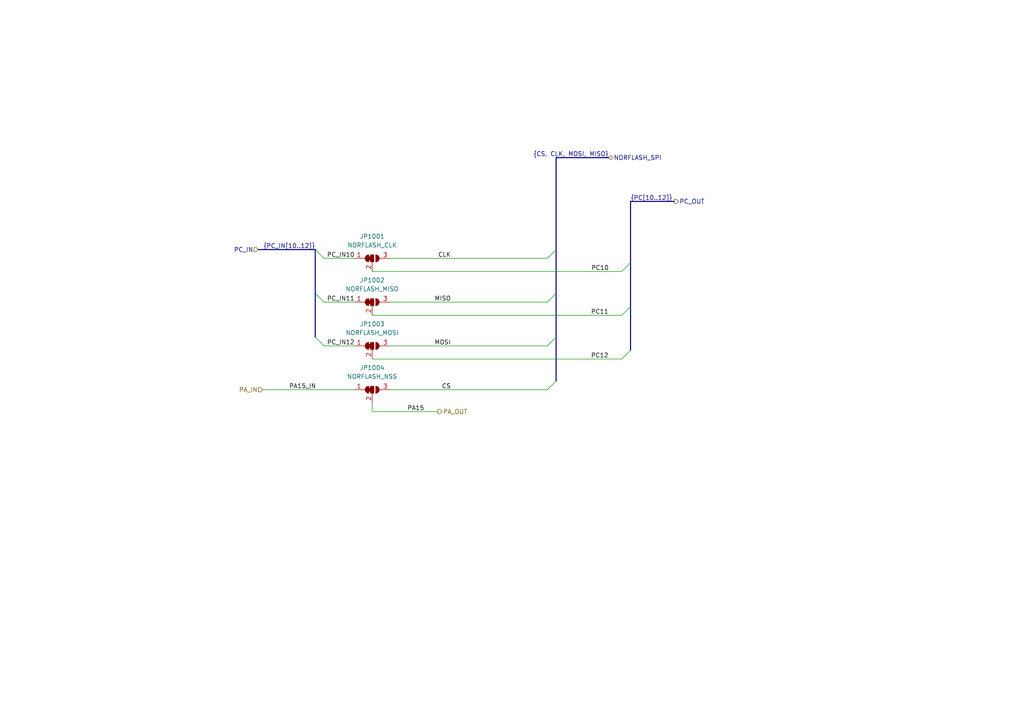
<source format=kicad_sch>
(kicad_sch (version 20250114) (generator "eeschema") (generator_version "9.0")
  (paper "A4")
  (lib_symbols
    (symbol "Jumper:SolderJumper_3_Bridged12" (pin_names (offset 0) (hide yes)) (in_bom no)
      (property "Reference" "JP" (at -2.54 -2.54 0))
      (property "Value" "SolderJumper_3_Bridged12" (at 0 2.794 0))
      (symbol "SolderJumper_3_Bridged12_0_1"
        (polyline (pts (xy -2.54 0) (xy -2.032 0)))
        (polyline (pts (xy -1.016 1.016) (xy -1.016 -1.016)))
        (rectangle (start -1.016 0.508) (end -0.508 -0.508) (fill (type outline)))
        (arc (start -1.016 -1.016) (mid -2.0276 0) (end -1.016 1.016))
        (arc (start -1.016 -1.016) (mid -2.0276 0) (end -1.016 1.016) (fill (type outline)))
        (rectangle (start -0.508 1.016) (end 0.508 -1.016) (fill (type outline)))
        (polyline (pts (xy 0 -1.27) (xy 0 -1.016)))
        (arc (start 1.016 1.016) (mid 2.0276 0) (end 1.016 -1.016))
        (arc (start 1.016 1.016) (mid 2.0276 0) (end 1.016 -1.016) (fill (type outline)))
        (polyline (pts (xy 1.016 1.016) (xy 1.016 -1.016)))
        (polyline (pts (xy 2.54 0) (xy 2.032 0)))
      )
      (symbol "SolderJumper_3_Bridged12_1_1"
        (pin passive line (at -5.08 0 0) (length 2.54) (name "A") (number "1"))
        (pin passive line (at 0 -3.81 90) (length 2.54) (name "C") (number "2"))
        (pin passive line (at 5.08 0 180) (length 2.54) (name "B") (number "3"))
      )
    )
  )
  (bus_entry (at 161.29 72.39) (size -2.54 2.54))
  (bus_entry (at 182.88 76.2) (size -2.54 2.54))
  (bus_entry (at 161.29 97.79) (size -2.54 2.54))
  (bus_entry (at 182.88 101.6) (size -2.54 2.54))
  (bus_entry (at 161.29 85.09) (size -2.54 2.54))
  (bus_entry (at 91.44 85.09) (size 2.54 2.54))
  (bus_entry (at 91.44 72.39) (size 2.54 2.54))
  (bus_entry (at 91.44 97.79) (size 2.54 2.54))
  (bus_entry (at 182.88 88.9) (size -2.54 2.54))
  (bus_entry (at 161.29 110.49) (size -2.54 2.54))
  (wire (pts (xy 107.95 104.14) (xy 180.34 104.14)))
  (bus (pts (xy 161.29 45.72) (xy 161.29 72.39)))
  (wire (pts (xy 113.03 113.03) (xy 158.75 113.03)))
  (bus (pts (xy 91.44 72.39) (xy 91.44 85.09)))
  (bus (pts (xy 161.29 85.09) (xy 161.29 97.79)))
  (wire (pts (xy 93.98 100.33) (xy 102.87 100.33)))
  (bus (pts (xy 176.53 45.72) (xy 161.29 45.72)))
  (bus (pts (xy 161.29 72.39) (xy 161.29 85.09)))
  (wire (pts (xy 93.98 87.63) (xy 102.87 87.63)))
  (wire (pts (xy 113.03 87.63) (xy 158.75 87.63)))
  (wire (pts (xy 76.2 113.03) (xy 102.87 113.03)))
  (wire (pts (xy 107.95 91.44) (xy 180.34 91.44)))
  (wire (pts (xy 107.95 78.74) (xy 180.34 78.74)))
  (bus (pts (xy 74.93 72.39) (xy 91.44 72.39)))
  (bus (pts (xy 91.44 85.09) (xy 91.44 97.79)))
  (wire (pts (xy 107.95 119.38) (xy 127 119.38)))
  (bus (pts (xy 182.88 88.9) (xy 182.88 101.6)))
  (wire (pts (xy 113.03 100.33) (xy 158.75 100.33)))
  (bus (pts (xy 161.29 97.79) (xy 161.29 110.49)))
  (wire (pts (xy 107.95 116.84) (xy 107.95 119.38)))
  (wire (pts (xy 113.03 74.93) (xy 158.75 74.93)))
  (bus (pts (xy 182.88 58.42) (xy 182.88 76.2)))
  (bus (pts (xy 182.88 76.2) (xy 182.88 88.9)))
  (bus (pts (xy 195.58 58.42) (xy 182.88 58.42)))
  (wire (pts (xy 93.98 74.93) (xy 102.87 74.93)))
  (label "PA15_IN" (at 83.82 113.03 0))
  (label "PA15" (at 118.11 119.38 0))
  (label "MISO" (at 130.81 87.63 180))
  (label "PC_IN12" (at 102.87 100.33 180))
  (label "{CS, CLK, MOSI, MISO}" (at 176.53 45.72 180))
  (label "CLK" (at 130.81 74.93 180))
  (label "PC10" (at 171.45 78.74 0))
  (label "{PC[10..12]}" (at 182.88 58.42 0))
  (label "{PC_IN[10..12]}" (at 91.44 72.39 180))
  (label "CS" (at 130.81 113.03 180))
  (label "PC_IN11" (at 102.87 87.63 180))
  (label "PC12" (at 176.53 104.14 180))
  (label "MOSI" (at 130.81 100.33 180))
  (label "PC_IN10" (at 102.87 74.93 180))
  (label "PC11" (at 176.53 91.44 180))
  (hierarchical_label "PC_OUT" (shape output) (at 195.58 58.42 0))
  (hierarchical_label "NORFLASH_SPI" (shape bidirectional) (at 176.53 45.72 0))
  (hierarchical_label "PA_IN" (shape input) (at 76.2 113.03 180))
  (hierarchical_label "PA_OUT" (shape output) (at 127 119.38 0))
  (hierarchical_label "PC_IN" (shape input) (at 74.93 72.39 180))
  (symbol (lib_id "Jumper:SolderJumper_3_Bridged12") (at 107.95 113.03 0) (unit 1) (in_bom no)
    (property "Reference" "JP1004" (at 107.95 106.68 0))
    (property "Value" "NORFLASH_NSS" (at 107.95 109.22 0))
    (property "Description" "3-pole Solder Jumper, pins 1+2 closed/bridged" (effects (hide yes)))
  )
  (symbol (lib_id "Jumper:SolderJumper_3_Bridged12") (at 107.95 74.93 0) (unit 1) (in_bom no)
    (property "Reference" "JP1001" (at 107.95 68.58 0))
    (property "Value" "NORFLASH_CLK" (at 107.95 71.12 0))
    (property "Description" "3-pole Solder Jumper, pins 1+2 closed/bridged" (effects (hide yes)))
  )
  (symbol (lib_id "Jumper:SolderJumper_3_Bridged12") (at 107.95 100.33 0) (unit 1) (in_bom no)
    (property "Reference" "JP1003" (at 107.95 93.98 0))
    (property "Value" "NORFLASH_MOSI" (at 107.95 96.52 0))
    (property "Description" "3-pole Solder Jumper, pins 1+2 closed/bridged" (effects (hide yes)))
  )
  (symbol (lib_id "Jumper:SolderJumper_3_Bridged12") (at 107.95 87.63 0) (unit 1) (in_bom no)
    (property "Reference" "JP1002" (at 107.95 81.28 0))
    (property "Value" "NORFLASH_MISO" (at 107.95 83.82 0))
    (property "Description" "3-pole Solder Jumper, pins 1+2 closed/bridged" (effects (hide yes)))
  )
)
</source>
